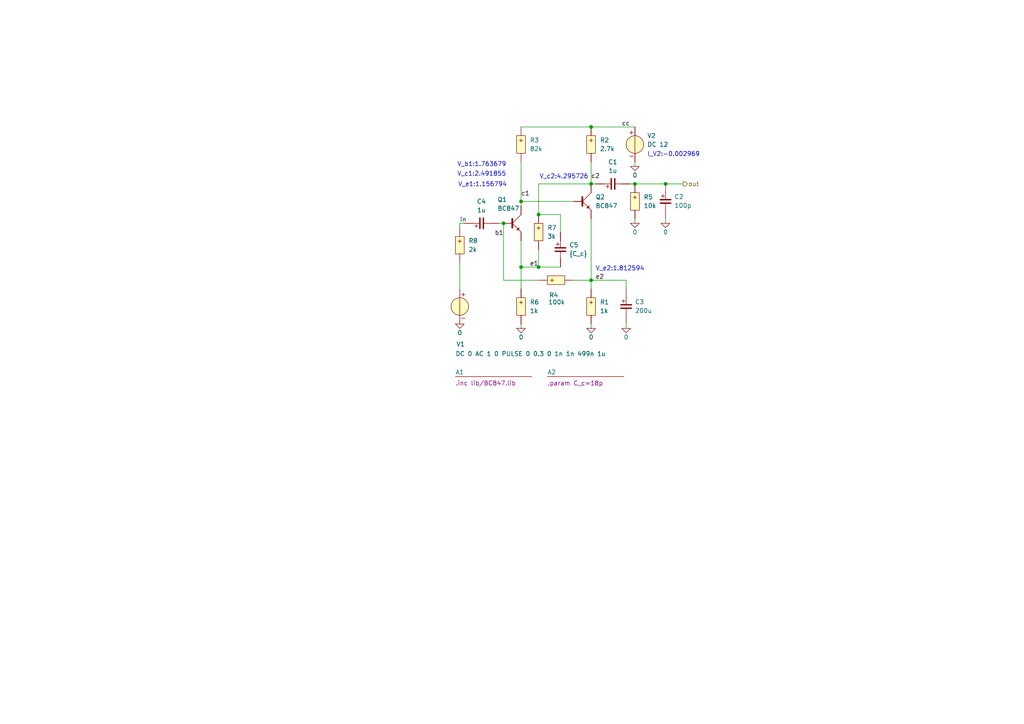
<source format=kicad_sch>
(kicad_sch (version 20250114) (generator "eeschema") (generator_version "9.0")
  (paper "A4")
  (title_block (title "BJT voltage amplifier"))
  (lib_symbols
    (symbol "SLiCAP:Command" (pin_numbers (hide yes)) (pin_names (offset 0) (hide yes))
      (property "Reference" "A?" (at 0 1.27 0))
      (property "command" "?" (at 0 -1.905 0))
      (symbol "Command_0_1"
        (polyline (pts (xy 0 0) (xy 22.225 0)))
      )
    )
    (symbol "SLiCAP:GND" (power) (pin_numbers (hide yes)) (pin_names (offset 0) (hide yes))
      (property "Value" "0" (at 0 -2.54 0))
      (symbol "GND_0_1"
        (polyline (pts (xy -1.27 0) (xy 0 -1.27) (xy 1.27 0) (xy -1.27 0)))
      )
      (symbol "GND_1_1"
        (pin power_in line (at 0 0 0) (length 0) (name "~") (number "1"))
      )
    )
    (symbol "SPICE:C" (pin_numbers (hide yes)) (pin_names (offset 1.016) (hide yes))
      (property "Reference" "C?" (at 0.508 3.81 0))
      (property "Value" "?" (at 0.762 1.778 0))
      (symbol "C_0_0"
        (text "+" (at -0.762 1.651 0) (effects (font (size 1.27 1.27))))
      )
      (symbol "C_0_1"
        (polyline (pts (xy -1.524 0.508) (xy 1.524 0.508)) (stroke (width 0.381)))
        (polyline (pts (xy -1.524 -0.508) (xy 1.524 -0.508)) (stroke (width 0.381)))
        (polyline (pts (xy 0 2.54) (xy 0 0.508)))
        (polyline (pts (xy 0 -2.54) (xy 0 -0.508)))
      )
      (symbol "C_1_0"
        (pin passive line (at 0 5.08 270) (length 2.54) (name "1") (number "1"))
        (pin passive line (at 0 -5.08 90) (length 2.54) (name "2") (number "2"))
      )
    )
    (symbol "SPICE:QN3" (pin_numbers (hide yes)) (pin_names (offset 0) (hide yes))
      (property "Reference" "Q?" (at 0.508 2.032 0))
      (property "Value" "?" (at 0.508 0 0))
      (symbol "QN3_1_0"
        (pin unspecified line (at -5.08 0 0) (length 2.54) (name "B") (number "2"))
        (pin unspecified line (at 0 5.08 270) (length 2.54) (name "C") (number "1"))
        (pin unspecified line (at 0 -5.08 90) (length 2.54) (name "E") (number "3"))
      )
      (symbol "QN3_1_1"
        (polyline (pts (xy -2.54 -1.27) (xy -2.54 1.27)) (stroke (width 0.5)))
        (polyline (pts (xy -0.635 -1.27) (xy -1.27 -1.905) (xy -0.635 -1.905) (xy -0.635 -1.27)) (fill (type outline)))
        (polyline (pts (xy 0 2.54) (xy -2.54 0) (xy -2.54 0)))
        (polyline (pts (xy 0 -2.54) (xy -2.54 0)))
      )
    )
    (symbol "SPICE:R" (pin_numbers (hide yes)) (pin_names (offset 1.016) (hide yes))
      (property "Reference" "R?" (at 1.905 3.81 0))
      (property "Value" "?" (at 1.905 1.905 0))
      (symbol "R_0_0"
        (text "+" (at 0 1.27 0) (effects (font (size 1.27 1.27))))
      )
      (symbol "R_1_0"
        (pin passive line (at 0 5.08 270) (length 2.54) (name "1") (number "1"))
        (pin passive line (at 0 -5.08 90) (length 2.54) (name "2") (number "2"))
      )
      (symbol "R_1_1"
        (rectangle (start -1.27 2.54) (end 1.27 -2.54) (fill (type background)))
      )
    )
    (symbol "SPICE:V" (pin_numbers (hide yes)) (pin_names (offset 0) (hide yes))
      (property "Reference" "V?" (at 3.048 3.175 0))
      (property "Value" "?" (at 3.048 1.27 0))
      (symbol "V_0_0"
        (text "+" (at -1.016 3.556 0) (effects (font (size 1.27 1.27))))
        (text "-" (at -1.016 -3.302 0) (effects (font (size 1.27 1.27))))
        (pin power_out line (at 0 5.08 270) (length 2.54) (name "p") (number "1"))
        (pin power_out line (at 0 -5.08 90) (length 2.54) (name "n") (number "2"))
      )
      (symbol "V_0_1"
        (polyline (pts (xy 0 2.54) (xy 0 -2.54)))
      )
      (symbol "V_1_0"
        (circle (center 0 0) (radius 2.54) (fill (type background)))
      )
    )
  )
  (text "V_c2:4.295726" (at 170.688 51.308 0) (effects (font (size 1.27 1.27)) (justify right)))
  (text "V_e2:1.812594" (at 172.72 77.978 0) (effects (font (size 1.27 1.27)) (justify left)))
  (text "V_e1:1.156794" (at 132.842 53.594 0) (effects (font (size 1.27 1.27)) (justify left)))
  (text "V_c1:2.491855" (at 132.588 50.546 0) (effects (font (size 1.27 1.27)) (justify left)))
  (text "I_V2:-0.002969" (at 187.706 44.8311 0) (effects (font (size 1.27 1.27)) (justify left)))
  (text "V_b1:1.763679" (at 132.588 47.752 0) (effects (font (size 1.27 1.27)) (justify left)))
  (junction (at 184.15 53.34))
  (junction (at 151.13 58.42))
  (junction (at 156.21 62.23))
  (junction (at 171.45 81.28))
  (junction (at 146.05 64.77))
  (junction (at 151.13 77.47))
  (junction (at 193.04 53.34))
  (junction (at 171.45 53.34))
  (junction (at 156.21 77.47))
  (junction (at 171.45 36.83))
  (wire (pts (xy 156.21 62.23) (xy 162.56 62.23)))
  (wire (pts (xy 151.13 36.83) (xy 171.45 36.83)))
  (wire (pts (xy 156.21 53.34) (xy 156.21 62.23)))
  (wire (pts (xy 181.61 81.28) (xy 181.61 83.82)))
  (wire (pts (xy 181.61 93.98) (xy 181.61 95.25)))
  (wire (pts (xy 156.21 77.47) (xy 162.56 77.47)))
  (wire (pts (xy 171.45 81.28) (xy 171.45 83.82)))
  (wire (pts (xy 172.72 53.34) (xy 171.45 53.34)))
  (wire (pts (xy 171.45 93.98) (xy 171.45 95.25)))
  (wire (pts (xy 146.05 64.77) (xy 144.78 64.77)))
  (wire (pts (xy 151.13 46.99) (xy 151.13 58.42)))
  (wire (pts (xy 151.13 69.85) (xy 151.13 77.47)))
  (wire (pts (xy 151.13 77.47) (xy 156.21 77.47)))
  (wire (pts (xy 171.45 46.99) (xy 171.45 53.34)))
  (wire (pts (xy 171.45 63.5) (xy 171.45 81.28)))
  (wire (pts (xy 171.45 81.28) (xy 181.61 81.28)))
  (wire (pts (xy 146.05 64.77) (xy 146.05 81.28)))
  (wire (pts (xy 171.45 36.83) (xy 184.15 36.83)))
  (wire (pts (xy 133.35 64.77) (xy 134.62 64.77)))
  (wire (pts (xy 151.13 93.98) (xy 151.13 95.25)))
  (wire (pts (xy 184.15 46.99) (xy 184.15 48.26)))
  (wire (pts (xy 133.35 64.77) (xy 133.35 66.04)))
  (wire (pts (xy 156.21 53.34) (xy 171.45 53.34)))
  (wire (pts (xy 151.13 77.47) (xy 151.13 83.82)))
  (wire (pts (xy 133.35 76.2) (xy 133.35 83.82)))
  (wire (pts (xy 193.04 64.77) (xy 193.04 63.5)))
  (wire (pts (xy 166.37 81.28) (xy 171.45 81.28)))
  (wire (pts (xy 198.12 53.34) (xy 193.04 53.34)))
  (wire (pts (xy 162.56 62.23) (xy 162.56 67.31)))
  (wire (pts (xy 146.05 81.28) (xy 156.21 81.28)))
  (wire (pts (xy 151.13 58.42) (xy 151.13 59.69)))
  (wire (pts (xy 184.15 53.34) (xy 182.88 53.34)))
  (wire (pts (xy 184.15 64.77) (xy 184.15 63.5)))
  (wire (pts (xy 156.21 77.47) (xy 156.21 72.39)))
  (wire (pts (xy 151.13 58.42) (xy 166.37 58.42)))
  (wire (pts (xy 193.04 53.34) (xy 184.15 53.34)))
  (label "in" (at 133.35 64.77 0))
  (label "b1" (at 146.05 68.58 180))
  (label "cc" (at 180.34 36.83 0))
  (label "c2" (at 171.45 52.07 0))
  (label "c1" (at 151.13 57.15 0))
  (label "e1" (at 153.67 77.47 0))
  (label "e2" (at 172.72 81.28 0))
  (hierarchical_label "out" (shape output) (at 198.12 53.34 0))
  (symbol (lib_id "SPICE:R") (at 184.15 58.42 0) (unit 1)
    (property "Reference" "R5" (at 186.69 57.1499 0) (effects (justify left)))
    (property "Value" "10k" (at 186.69 59.6899 0) (effects (justify left)))
    (property "Datasheet" "https://ngspice.sourceforge.io/docs/ngspice-html-manual/manual.xhtml#magicparlabel-2570" (effects (hide yes)))
    (property "Description" "Resistor (SPICE)" (effects (hide yes)))
    (property "model" "R" (effects (hide yes)))
    (property "noisy" "1" (effects (hide yes)))
  )
  (symbol (lib_id "SLiCAP:GND") (at 181.61 95.25 0) (unit 1)
    (property "Reference" "#04" (effects (hide yes)))
    (property "Value" "0" (at 181.61 97.79 0))
    (property "Description" "0V reference potential" (effects (hide yes)))
  )
  (symbol (lib_id "SLiCAP:GND") (at 151.13 95.25 0) (unit 1)
    (property "Reference" "#05" (effects (hide yes)))
    (property "Value" "0" (at 151.13 97.79 0))
    (property "Description" "0V reference potential" (effects (hide yes)))
  )
  (symbol (lib_id "SLiCAP:GND") (at 184.15 48.26 0) (unit 1)
    (property "Reference" "#07" (effects (hide yes)))
    (property "Value" "0" (at 184.15 50.8 0))
    (property "Description" "0V reference potential" (effects (hide yes)))
  )
  (symbol (lib_id "SPICE:R") (at 171.45 41.91 0) (unit 1)
    (property "Reference" "R2" (at 173.99 40.6399 0) (effects (justify left)))
    (property "Value" "2.7k" (at 173.99 43.1799 0) (effects (justify left)))
    (property "Datasheet" "https://ngspice.sourceforge.io/docs/ngspice-html-manual/manual.xhtml#magicparlabel-2570" (effects (hide yes)))
    (property "Description" "Resistor (SPICE)" (effects (hide yes)))
    (property "model" "R" (effects (hide yes)))
    (property "noisy" "1" (effects (hide yes)))
  )
  (symbol (lib_id "SPICE:QN3") (at 151.13 64.77 0) (unit 1)
    (property "Reference" "Q1" (at 144.272 57.912 0) (effects (justify left)))
    (property "Value" "BC847" (at 144.272 60.452 0) (effects (justify left)))
    (property "Description" "3- terminal NPN BJT" (effects (hide yes)))
    (property "model" "Q" (effects (hide yes)))
  )
  (symbol (lib_id "SPICE:V") (at 184.15 41.91 0) (unit 1)
    (property "Reference" "V2" (at 187.706 39.37 0) (effects (justify left)))
    (property "Value" "DC 12" (at 187.706 41.91 0) (effects (justify left)))
    (property "Datasheet" "https://ngspice.sourceforge.io/docs/ngspice-html-manual/manual.xhtml#magicparlabel-4204" (effects (hide yes)))
    (property "Description" "Independent voltage source (SPICE)" (effects (hide yes)))
    (property "model" "V" (effects (hide yes)))
  )
  (symbol (lib_id "SLiCAP:GND") (at 184.15 64.77 0) (unit 1)
    (property "Reference" "#01" (effects (hide yes)))
    (property "Value" "0" (at 184.15 67.31 0))
    (property "Description" "0V reference potential" (effects (hide yes)))
  )
  (symbol (lib_id "SPICE:C") (at 181.61 88.9 0) (unit 1)
    (property "Reference" "C3" (at 184.15 87.5636 0) (effects (justify left)))
    (property "Value" "200u" (at 184.15 90.1036 0) (effects (justify left)))
    (property "Datasheet" "https://ngspice.sourceforge.io/docs/ngspice-html-manual/manual.xhtml#magicparlabel-2570" (effects (hide yes)))
    (property "Description" "Capacitor (SPICE)" (effects (hide yes)))
    (property "model" "C" (effects (hide yes)))
  )
  (symbol (lib_id "SPICE:R") (at 151.13 88.9 0) (unit 1)
    (property "Reference" "R6" (at 153.67 87.6299 0) (effects (justify left)))
    (property "Value" "1k" (at 153.67 90.1699 0) (effects (justify left)))
    (property "Datasheet" "https://ngspice.sourceforge.io/docs/ngspice-html-manual/manual.xhtml#magicparlabel-2570" (effects (hide yes)))
    (property "Description" "Resistor (SPICE)" (effects (hide yes)))
    (property "model" "R" (effects (hide yes)))
    (property "noisy" "1" (effects (hide yes)))
  )
  (symbol (lib_id "SPICE:C") (at 177.8 53.34 90) (unit 1)
    (property "Reference" "C1" (at 177.7337 46.99 90))
    (property "Value" "1u" (at 177.7337 49.53 90))
    (property "Datasheet" "https://ngspice.sourceforge.io/docs/ngspice-html-manual/manual.xhtml#magicparlabel-2570" (effects (hide yes)))
    (property "Description" "Capacitor (SPICE)" (effects (hide yes)))
    (property "model" "C" (effects (hide yes)))
  )
  (symbol (lib_id "SLiCAP:Command") (at 132.08 109.22 0) (unit 1)
    (property "Reference" "A1" (at 132.08 107.95 0) (effects (justify left)))
    (property "Description" "SLiCAP command (.lib, .param, .model. subckt}" (effects (hide yes)))
    (property "command" ".inc lib/BC847.lib" (at 132.08 111.125 0) (effects (justify left)))
  )
  (symbol (lib_id "SPICE:R") (at 161.29 81.28 90) (unit 1)
    (property "Reference" "R4" (at 159.258 85.598 90) (effects (justify right)))
    (property "Value" "100k" (at 159.004 87.63 90) (effects (justify right)))
    (property "Datasheet" "https://ngspice.sourceforge.io/docs/ngspice-html-manual/manual.xhtml#magicparlabel-2570" (effects (hide yes)))
    (property "Description" "Resistor (SPICE)" (effects (hide yes)))
    (property "model" "R" (effects (hide yes)))
    (property "noisy" "1" (effects (hide yes)))
  )
  (symbol (lib_id "SLiCAP:GND") (at 171.45 95.25 0) (unit 1)
    (property "Reference" "#03" (effects (hide yes)))
    (property "Value" "0" (at 171.45 97.79 0))
    (property "Description" "0V reference potential" (effects (hide yes)))
  )
  (symbol (lib_id "SLiCAP:GND") (at 133.35 93.98 0) (unit 1)
    (property "Reference" "#06" (effects (hide yes)))
    (property "Value" "0" (at 133.35 96.52 0))
    (property "Description" "0V reference potential" (effects (hide yes)))
  )
  (symbol (lib_id "SPICE:R") (at 156.21 67.31 0) (unit 1)
    (property "Reference" "R7" (at 158.75 66.0399 0) (effects (justify left)))
    (property "Value" "3k" (at 158.75 68.5799 0) (effects (justify left)))
    (property "Datasheet" "https://ngspice.sourceforge.io/docs/ngspice-html-manual/manual.xhtml#magicparlabel-2570" (effects (hide yes)))
    (property "Description" "Resistor (SPICE)" (effects (hide yes)))
    (property "model" "R" (effects (hide yes)))
    (property "noisy" "1" (effects (hide yes)))
  )
  (symbol (lib_id "SLiCAP:Command") (at 158.75 109.22 0) (unit 1)
    (property "Reference" "A2" (at 158.75 107.95 0) (effects (justify left)))
    (property "Description" "SLiCAP command (.lib, .param, .model. subckt}" (effects (hide yes)))
    (property "command" ".param C_c=18p" (at 158.75 111.125 0) (effects (justify left)))
  )
  (symbol (lib_id "SPICE:C") (at 139.7 64.77 90) (unit 1)
    (property "Reference" "C4" (at 139.6337 58.42 90))
    (property "Value" "1u" (at 139.6337 60.96 90))
    (property "Datasheet" "https://ngspice.sourceforge.io/docs/ngspice-html-manual/manual.xhtml#magicparlabel-2570" (effects (hide yes)))
    (property "Description" "Capacitor (SPICE)" (effects (hide yes)))
    (property "model" "C" (effects (hide yes)))
  )
  (symbol (lib_id "SPICE:C") (at 162.56 72.39 0) (unit 1)
    (property "Reference" "C5" (at 165.1 71.0536 0) (effects (justify left)))
    (property "Value" "{C_c}" (at 165.1 73.5936 0) (effects (justify left)))
    (property "Datasheet" "https://ngspice.sourceforge.io/docs/ngspice-html-manual/manual.xhtml#magicparlabel-2570" (effects (hide yes)))
    (property "Description" "Capacitor (SPICE)" (effects (hide yes)))
    (property "model" "C" (effects (hide yes)))
  )
  (symbol (lib_id "SPICE:R") (at 133.35 71.12 0) (unit 1)
    (property "Reference" "R8" (at 135.89 69.8499 0) (effects (justify left)))
    (property "Value" "2k" (at 135.89 72.3899 0) (effects (justify left)))
    (property "Datasheet" "https://ngspice.sourceforge.io/docs/ngspice-html-manual/manual.xhtml#magicparlabel-2570" (effects (hide yes)))
    (property "Description" "Resistor (SPICE)" (effects (hide yes)))
    (property "model" "R" (effects (hide yes)))
    (property "noisy" "1" (effects (hide yes)))
  )
  (symbol (lib_id "SPICE:V") (at 133.35 88.9 0) (mirror y) (unit 1)
    (property "Reference" "V1" (at 132.334 99.822 0) (effects (justify right)))
    (property "Value" "DC 0 AC 1 0 PULSE 0 0.3 0 1n 1n 499n 1u" (at 132.08 102.616 0) (effects (justify right)))
    (property "Datasheet" "https://ngspice.sourceforge.io/docs/ngspice-html-manual/manual.xhtml#magicparlabel-4204" (effects (hide yes)))
    (property "Description" "Independent voltage source (SPICE)" (effects (hide yes)))
    (property "model" "V" (effects (hide yes)))
  )
  (symbol (lib_id "SPICE:C") (at 193.04 58.42 0) (unit 1)
    (property "Reference" "C2" (at 195.58 57.0836 0) (effects (justify left)))
    (property "Value" "100p" (at 195.58 59.6236 0) (effects (justify left)))
    (property "Datasheet" "https://ngspice.sourceforge.io/docs/ngspice-html-manual/manual.xhtml#magicparlabel-2570" (effects (hide yes)))
    (property "Description" "Capacitor (SPICE)" (effects (hide yes)))
    (property "model" "C" (effects (hide yes)))
  )
  (symbol (lib_id "SLiCAP:GND") (at 193.04 64.77 0) (unit 1)
    (property "Reference" "#02" (effects (hide yes)))
    (property "Value" "0" (at 193.04 67.31 0))
    (property "Description" "0V reference potential" (effects (hide yes)))
  )
  (symbol (lib_id "SPICE:R") (at 151.13 41.91 0) (unit 1)
    (property "Reference" "R3" (at 153.67 40.6399 0) (effects (justify left)))
    (property "Value" "82k" (at 153.67 43.1799 0) (effects (justify left)))
    (property "Datasheet" "https://ngspice.sourceforge.io/docs/ngspice-html-manual/manual.xhtml#magicparlabel-2570" (effects (hide yes)))
    (property "Description" "Resistor (SPICE)" (effects (hide yes)))
    (property "model" "R" (effects (hide yes)))
    (property "noisy" "1" (effects (hide yes)))
  )
  (symbol (lib_id "SPICE:R") (at 171.45 88.9 0) (unit 1)
    (property "Reference" "R1" (at 173.99 87.6299 0) (effects (justify left)))
    (property "Value" "1k" (at 173.99 90.1699 0) (effects (justify left)))
    (property "Datasheet" "https://ngspice.sourceforge.io/docs/ngspice-html-manual/manual.xhtml#magicparlabel-2570" (effects (hide yes)))
    (property "Description" "Resistor (SPICE)" (effects (hide yes)))
    (property "model" "R" (effects (hide yes)))
    (property "noisy" "1" (effects (hide yes)))
  )
  (symbol (lib_id "SPICE:QN3") (at 171.45 58.42 0) (unit 1)
    (property "Reference" "Q2" (at 172.72 57.1499 0) (effects (justify left)))
    (property "Value" "BC847" (at 172.72 59.6899 0) (effects (justify left)))
    (property "Description" "3- terminal NPN BJT" (effects (hide yes)))
    (property "model" "Q" (effects (hide yes)))
  )
)
</source>
